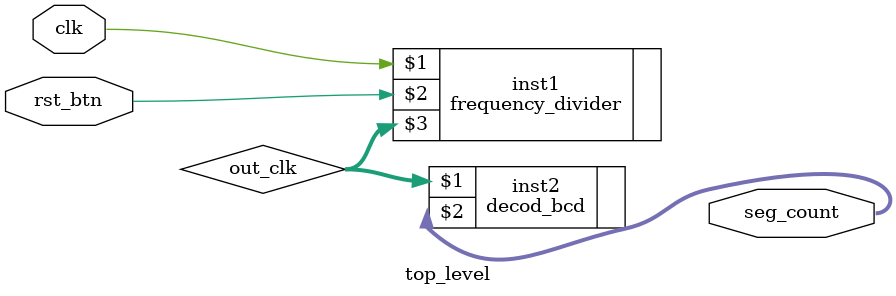
<source format=v>
`include "frequency_divider.v"
`include "decod_bcd.v"


module top_level(
	//Inputs
	input clk,
	input rst_btn,
	
	//Output
	output wire[6:0] seg_count
);
	wire[3:0] out_clk;
	frequency_divider inst1(clk, rst_btn, out_clk);
	decod_bcd inst2(out_clk, seg_count);
endmodule

</source>
